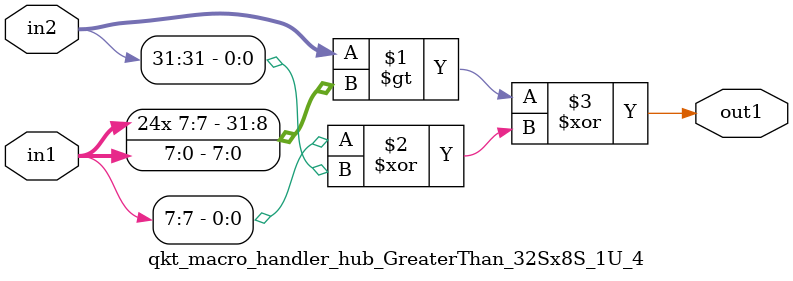
<source format=v>

`timescale 1ps / 1ps


module qkt_macro_handler_hub_GreaterThan_32Sx8S_1U_4( in2, in1, out1 );

    input [31:0] in2;
    input [7:0] in1;
    output out1;

    
    // rtl_process:qkt_macro_handler_hub_GreaterThan_32Sx8S_1U_4/qkt_macro_handler_hub_GreaterThan_32Sx8S_1U_4_thread_1
    assign out1 = (in2 > {{ 24 {in1[7]}}, in1} ^ (in1[7] ^ in2[31]));

endmodule


</source>
